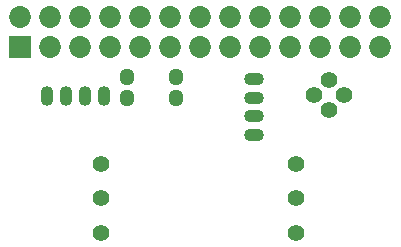
<source format=gbs>
%FSTAX23Y23*%
%MOIN*%
%SFA1B1*%

%IPPOS*%
%AMD30*
4,1,8,0.021700,-0.012800,0.021700,0.012800,0.008900,0.025700,-0.008900,0.025700,-0.021700,0.012800,-0.021700,-0.012800,-0.008900,-0.025700,0.008900,-0.025700,0.021700,-0.012800,0.0*
1,1,0.025720,0.008900,-0.012800*
1,1,0.025720,0.008900,0.012800*
1,1,0.025720,-0.008900,0.012800*
1,1,0.025720,-0.008900,-0.012800*
%
%ADD25C,0.072960*%
%ADD26R,0.072960X0.072960*%
%ADD27O,0.043310X0.066930*%
%ADD28O,0.066930X0.043310*%
%ADD29C,0.055240*%
G04~CAMADD=30~8~0.0~0.0~513.1~434.3~128.6~0.0~15~0.0~0.0~0.0~0.0~0~0.0~0.0~0.0~0.0~0~0.0~0.0~0.0~270.0~436.0~514.0*
%ADD30D30*%
%LNfront_flex_dev_board-1*%
%LPD*%
G54D25*
X0132Y0078D03*
Y0068D03*
X0122Y0078D03*
Y0068D03*
X0112Y0078D03*
Y0068D03*
X0102Y0078D03*
Y0068D03*
X0092Y0078D03*
Y0068D03*
X0082Y0078D03*
Y0068D03*
X0072Y0078D03*
Y0068D03*
X0062Y0078D03*
Y0068D03*
X0052Y0078D03*
Y0068D03*
X0042Y0078D03*
Y0068D03*
X0032Y0078D03*
Y0068D03*
X0022Y0078D03*
Y0068D03*
X0012Y0078D03*
G54D26*
X0012Y0068D03*
G54D27*
X00399Y00515D03*
X00336D03*
X00273D03*
X0021D03*
G54D28*
X009Y00385D03*
Y00448D03*
Y00511D03*
Y00574D03*
G54D29*
X012Y0052D03*
X0115Y0057D03*
X011Y0052D03*
X0115Y0047D03*
X01039Y00175D03*
X0039D03*
X0039Y0006D03*
X0104D03*
X01039Y0029D03*
X0039D03*
G54D30*
X00475Y0051D03*
X0064D03*
X00475Y0058D03*
X0064D03*
M02*
</source>
